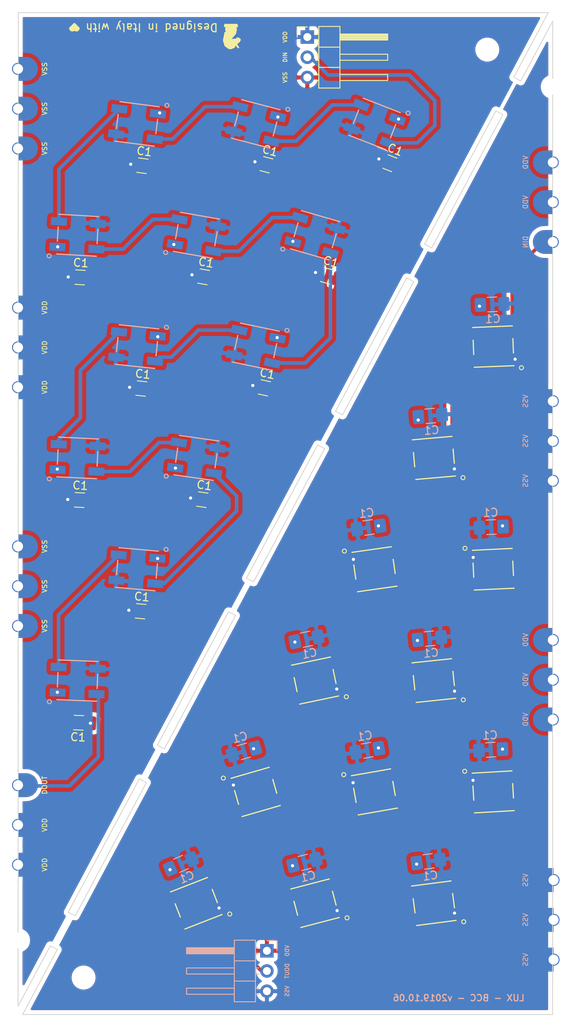
<source format=kicad_pcb>
(kicad_pcb (version 20171130) (host pcbnew 5.1.4-e60b266~84~ubuntu18.04.1)
  (layers (0 F.Cu signal) (31 B.Cu signal) (34 B.Paste user) (35 F.Paste user) (36 B.SilkS user) (37 F.SilkS user) (38 B.Mask user) (39 F.Mask user) (44 Edge.Cuts user))
  (net 0 "")
  (net 1 VDD)
  (net 2 VSS)
  (net 3 "Net-(D1-Pad4)")
  (net 4 DIN)
  (net 5 "Net-(D2-Pad4)")
  (net 6 "Net-(D3-Pad4)")
  (net 7 "Net-(D4-Pad4)")
  (net 8 "Net-(D5-Pad4)")
  (net 9 "Net-(D6-Pad4)")
  (net 10 "Net-(D7-Pad4)")
  (net 11 D1)
  (net 12 "Net-(D10-Pad2)")
  (net 13 "Net-(D10-Pad4)")
  (net 14 "Net-(D11-Pad4)")
  (net 15 DOUT)
  (net 16 "Net-(D13-Pad4)")
  (net 17 "Net-(D13-Pad2)")
  (net 18 "Net-(D14-Pad4)")
  (net 19 "Net-(D15-Pad4)")
  (net 20 "Net-(D16-Pad4)")
  (net 21 "Net-(D17-Pad4)")
  (net 22 "Net-(D18-Pad4)")
  (net 23 "Net-(D19-Pad4)")
  (net 24 D2)
  (net 25 "Net-(D21-Pad4)")
  (net 26 "Net-(D22-Pad4)")
  (net 27 "Net-(D23-Pad4)")
  (net 28 "Net-(D24-Pad4)")
  (module Connector_PinHeader_2.54mm:PinHeader_1x03_P2.54mm_Horizontal (layer F.Cu) (at 86.36 27.178)
    (fp_text reference REF** hide)
    (fp_text value PinHeader_1x03_P2.54mm_Horizontal)
    (pad 3 thru_hole oval (at 0 5.08) (size 1.7 1.7) (drill 1) (layers *.Cu *.Mask) (net 2 VSS))
    (pad 2 thru_hole oval (at 0 2.54) (size 1.7 1.7) (drill 1) (layers *.Cu *.Mask) (net 17 "Net-(D13-Pad2)"))
    (pad 1 thru_hole rect (at 0 0) (size 1.7 1.7) (drill 1) (layers *.Cu *.Mask) (net 1 VDD))
  )
  (module Connector_PinHeader_2.54mm:PinHeader_1x03_P2.54mm_Horizontal (layer B.Cu) (at 81.28 141.986 180)
    (fp_text reference REF** hide)
    (fp_text value PinHeader_1x03_P2.54mm_Horizontal)
    (pad 3 thru_hole oval (at 0 -5.08 180) (size 1.7 1.7) (drill 1) (layers *.Cu *.Mask) (net 2 VSS))
    (pad 2 thru_hole oval (at 0 -2.54 180) (size 1.7 1.7) (drill 1) (layers *.Cu *.Mask) (net 15 DOUT))
    (pad 1 thru_hole rect (at 0 0 180) (size 1.7 1.7) (drill 1) (layers *.Cu *.Mask) (net 1 VDD))
  )
  (module "Dex connectors:BridgeSolderPad_3xinline" (layer F.Cu) (at 117.215996 47.930309)
    (fp_text reference REF** hide)
    (fp_text value BridgeSolderPad_3xinline)
    (pad 3 thru_hole custom (at 0 5) (size 1.524 1.524) (drill 1.25) (layers *.Cu *.Mask) (net 4 DIN) (options (clearance outline) (anchor circle)) (primitives (gr_arc (start -1 0) (end -1 0.75) (angle 180) (width 1.5)) (gr_poly (pts (xy -1 -1.5) (xy 0 -1.5) (xy 0 -0.5) (xy -0.5 0) (xy -1 0)) (width 0)) (gr_poly (pts (xy -1 0) (xy -0.5 0) (xy 0 0.5) (xy 0 1.5) (xy -1 1.5)) (width 0))))
    (pad 1 thru_hole custom (at 0 -5) (size 1.524 1.524) (drill 1.25) (layers *.Cu *.Mask) (net 1 VDD) (options (clearance outline) (anchor circle)) (primitives (gr_arc (start -1 0) (end -1 0.75) (angle 180) (width 1.5)) (gr_poly (pts (xy -1 -1.5) (xy 0 -1.5) (xy 0 -0.5) (xy -0.5 0) (xy -1 0)) (width 0)) (gr_poly (pts (xy -1 0) (xy -0.5 0) (xy 0 0.5) (xy 0 1.5) (xy -1 1.5)) (width 0))))
    (pad 2 thru_hole custom (at 0 0) (size 1.524 1.524) (drill 1.25) (layers *.Cu *.Mask) (net 1 VDD) (options (clearance outline) (anchor circle)) (primitives (gr_arc (start -1 0) (end -1 0.75) (angle 180) (width 1.5)) (gr_poly (pts (xy -1 -1.5) (xy 0 -1.5) (xy 0 -0.5) (xy -0.5 0) (xy -1 0)) (width 0)) (gr_poly (pts (xy -1 0) (xy -0.5 0) (xy 0 0.5) (xy 0 1.5) (xy -1 1.5)) (width 0))))
  )
  (module "Dex connectors:BridgeSolderPad_3xinline" (layer F.Cu) (at 117.215996 77.930309)
    (fp_text reference VSS hide)
    (fp_text value BridgeSolderPad_3xinline)
    (pad 3 thru_hole custom (at 0 5) (size 1.524 1.524) (drill 1.25) (layers *.Cu *.Mask) (net 2 VSS) (options (clearance outline) (anchor circle)) (primitives (gr_arc (start -1 0) (end -1 0.75) (angle 180) (width 1.5)) (gr_poly (pts (xy -1 -1.5) (xy 0 -1.5) (xy 0 -0.5) (xy -0.5 0) (xy -1 0)) (width 0)) (gr_poly (pts (xy -1 0) (xy -0.5 0) (xy 0 0.5) (xy 0 1.5) (xy -1 1.5)) (width 0))))
    (pad 1 thru_hole custom (at 0 -5) (size 1.524 1.524) (drill 1.25) (layers *.Cu *.Mask) (net 2 VSS) (options (clearance outline) (anchor circle)) (primitives (gr_arc (start -1 0) (end -1 0.75) (angle 180) (width 1.5)) (gr_poly (pts (xy -1 -1.5) (xy 0 -1.5) (xy 0 -0.5) (xy -0.5 0) (xy -1 0)) (width 0)) (gr_poly (pts (xy -1 0) (xy -0.5 0) (xy 0 0.5) (xy 0 1.5) (xy -1 1.5)) (width 0))))
    (pad 2 thru_hole custom (at 0 0) (size 1.524 1.524) (drill 1.25) (layers *.Cu *.Mask) (net 2 VSS) (options (clearance outline) (anchor circle)) (primitives (gr_arc (start -1 0) (end -1 0.75) (angle 180) (width 1.5)) (gr_poly (pts (xy -1 -1.5) (xy 0 -1.5) (xy 0 -0.5) (xy -0.5 0) (xy -1 0)) (width 0)) (gr_poly (pts (xy -1 0) (xy -0.5 0) (xy 0 0.5) (xy 0 1.5) (xy -1 1.5)) (width 0))))
  )
  (module "Dex connectors:BridgeSolderPad_3xinline" (layer F.Cu) (at 117.215996 107.930309)
    (fp_text reference VDD hide)
    (fp_text value BridgeSolderPad_3xinline)
    (pad 3 thru_hole custom (at 0 5) (size 1.524 1.524) (drill 1.25) (layers *.Cu *.Mask) (net 1 VDD) (options (clearance outline) (anchor circle)) (primitives (gr_arc (start -1 0) (end -1 0.75) (angle 180) (width 1.5)) (gr_poly (pts (xy -1 -1.5) (xy 0 -1.5) (xy 0 -0.5) (xy -0.5 0) (xy -1 0)) (width 0)) (gr_poly (pts (xy -1 0) (xy -0.5 0) (xy 0 0.5) (xy 0 1.5) (xy -1 1.5)) (width 0))))
    (pad 1 thru_hole custom (at 0 -5) (size 1.524 1.524) (drill 1.25) (layers *.Cu *.Mask) (net 1 VDD) (options (clearance outline) (anchor circle)) (primitives (gr_arc (start -1 0) (end -1 0.75) (angle 180) (width 1.5)) (gr_poly (pts (xy -1 -1.5) (xy 0 -1.5) (xy 0 -0.5) (xy -0.5 0) (xy -1 0)) (width 0)) (gr_poly (pts (xy -1 0) (xy -0.5 0) (xy 0 0.5) (xy 0 1.5) (xy -1 1.5)) (width 0))))
    (pad 2 thru_hole custom (at 0 0) (size 1.524 1.524) (drill 1.25) (layers *.Cu *.Mask) (net 1 VDD) (options (clearance outline) (anchor circle)) (primitives (gr_arc (start -1 0) (end -1 0.75) (angle 180) (width 1.5)) (gr_poly (pts (xy -1 -1.5) (xy 0 -1.5) (xy 0 -0.5) (xy -0.5 0) (xy -1 0)) (width 0)) (gr_poly (pts (xy -1 0) (xy -0.5 0) (xy 0 0.5) (xy 0 1.5) (xy -1 1.5)) (width 0))))
  )
  (module "Dex connectors:BridgeSolderPad_3xinline" (layer F.Cu) (at 49.997517 126.178915 180)
    (fp_text reference REF** hide)
    (fp_text value BridgeSolderPad_3xinline)
    (pad 3 thru_hole custom (at 0 5 180) (size 1.524 1.524) (drill 1.25) (layers *.Cu *.Mask) (net 28 "Net-(D24-Pad4)") (options (clearance outline) (anchor circle)) (primitives (gr_arc (start -1 0) (end -1 0.75) (angle 180) (width 1.5)) (gr_poly (pts (xy -1 -1.5) (xy 0 -1.5) (xy 0 -0.5) (xy -0.5 0) (xy -1 0)) (width 0)) (gr_poly (pts (xy -1 0) (xy -0.5 0) (xy 0 0.5) (xy 0 1.5) (xy -1 1.5)) (width 0))))
    (pad 1 thru_hole custom (at 0 -5 180) (size 1.524 1.524) (drill 1.25) (layers *.Cu *.Mask) (net 1 VDD) (options (clearance outline) (anchor circle)) (primitives (gr_arc (start -1 0) (end -1 0.75) (angle 180) (width 1.5)) (gr_poly (pts (xy -1 -1.5) (xy 0 -1.5) (xy 0 -0.5) (xy -0.5 0) (xy -1 0)) (width 0)) (gr_poly (pts (xy -1 0) (xy -0.5 0) (xy 0 0.5) (xy 0 1.5) (xy -1 1.5)) (width 0))))
    (pad 2 thru_hole custom (at 0 0 180) (size 1.524 1.524) (drill 1.25) (layers *.Cu *.Mask) (net 1 VDD) (options (clearance outline) (anchor circle)) (primitives (gr_arc (start -1 0) (end -1 0.75) (angle 180) (width 1.5)) (gr_poly (pts (xy -1 -1.5) (xy 0 -1.5) (xy 0 -0.5) (xy -0.5 0) (xy -1 0)) (width 0)) (gr_poly (pts (xy -1 0) (xy -0.5 0) (xy 0 0.5) (xy 0 1.5) (xy -1 1.5)) (width 0))))
  )
  (module "Dex connectors:BridgeSolderPad_3xinline" (layer F.Cu) (at 49.997517 96.178915 180)
    (fp_text reference VSS hide)
    (fp_text value BridgeSolderPad_3xinline)
    (pad 3 thru_hole custom (at 0 5 180) (size 1.524 1.524) (drill 1.25) (layers *.Cu *.Mask) (net 2 VSS) (options (clearance outline) (anchor circle)) (primitives (gr_arc (start -1 0) (end -1 0.75) (angle 180) (width 1.5)) (gr_poly (pts (xy -1 -1.5) (xy 0 -1.5) (xy 0 -0.5) (xy -0.5 0) (xy -1 0)) (width 0)) (gr_poly (pts (xy -1 0) (xy -0.5 0) (xy 0 0.5) (xy 0 1.5) (xy -1 1.5)) (width 0))))
    (pad 1 thru_hole custom (at 0 -5 180) (size 1.524 1.524) (drill 1.25) (layers *.Cu *.Mask) (net 2 VSS) (options (clearance outline) (anchor circle)) (primitives (gr_arc (start -1 0) (end -1 0.75) (angle 180) (width 1.5)) (gr_poly (pts (xy -1 -1.5) (xy 0 -1.5) (xy 0 -0.5) (xy -0.5 0) (xy -1 0)) (width 0)) (gr_poly (pts (xy -1 0) (xy -0.5 0) (xy 0 0.5) (xy 0 1.5) (xy -1 1.5)) (width 0))))
    (pad 2 thru_hole custom (at 0 0 180) (size 1.524 1.524) (drill 1.25) (layers *.Cu *.Mask) (net 2 VSS) (options (clearance outline) (anchor circle)) (primitives (gr_arc (start -1 0) (end -1 0.75) (angle 180) (width 1.5)) (gr_poly (pts (xy -1 -1.5) (xy 0 -1.5) (xy 0 -0.5) (xy -0.5 0) (xy -1 0)) (width 0)) (gr_poly (pts (xy -1 0) (xy -0.5 0) (xy 0 0.5) (xy 0 1.5) (xy -1 1.5)) (width 0))))
  )
  (module "Dex connectors:BridgeSolderPad_3xinline" (layer F.Cu) (at 49.997517 66.178915 180)
    (fp_text reference VDD hide)
    (fp_text value BridgeSolderPad_3xinline)
    (pad 3 thru_hole custom (at 0 5 180) (size 1.524 1.524) (drill 1.25) (layers *.Cu *.Mask) (net 1 VDD) (options (clearance outline) (anchor circle)) (primitives (gr_arc (start -1 0) (end -1 0.75) (angle 180) (width 1.5)) (gr_poly (pts (xy -1 -1.5) (xy 0 -1.5) (xy 0 -0.5) (xy -0.5 0) (xy -1 0)) (width 0)) (gr_poly (pts (xy -1 0) (xy -0.5 0) (xy 0 0.5) (xy 0 1.5) (xy -1 1.5)) (width 0))))
    (pad 1 thru_hole custom (at 0 -5 180) (size 1.524 1.524) (drill 1.25) (layers *.Cu *.Mask) (net 1 VDD) (options (clearance outline) (anchor circle)) (primitives (gr_arc (start -1 0) (end -1 0.75) (angle 180) (width 1.5)) (gr_poly (pts (xy -1 -1.5) (xy 0 -1.5) (xy 0 -0.5) (xy -0.5 0) (xy -1 0)) (width 0)) (gr_poly (pts (xy -1 0) (xy -0.5 0) (xy 0 0.5) (xy 0 1.5) (xy -1 1.5)) (width 0))))
    (pad 2 thru_hole custom (at 0 0 180) (size 1.524 1.524) (drill 1.25) (layers *.Cu *.Mask) (net 1 VDD) (options (clearance outline) (anchor circle)) (primitives (gr_arc (start -1 0) (end -1 0.75) (angle 180) (width 1.5)) (gr_poly (pts (xy -1 -1.5) (xy 0 -1.5) (xy 0 -0.5) (xy -0.5 0) (xy -1 0)) (width 0)) (gr_poly (pts (xy -1 0) (xy -0.5 0) (xy 0 0.5) (xy 0 1.5) (xy -1 1.5)) (width 0))))
  )
  (module "Dex connectors:BridgeSolderPad_3xinline" (layer F.Cu) (at 49.997517 36.178915 180)
    (fp_text reference VSS hide)
    (fp_text value BridgeSolderPad_3xinline)
    (pad 3 thru_hole custom (at 0 5 180) (size 1.524 1.524) (drill 1.25) (layers *.Cu *.Mask) (net 2 VSS) (options (clearance outline) (anchor circle)) (primitives (gr_arc (start -1 0) (end -1 0.75) (angle 180) (width 1.5)) (gr_poly (pts (xy -1 -1.5) (xy 0 -1.5) (xy 0 -0.5) (xy -0.5 0) (xy -1 0)) (width 0)) (gr_poly (pts (xy -1 0) (xy -0.5 0) (xy 0 0.5) (xy 0 1.5) (xy -1 1.5)) (width 0))))
    (pad 1 thru_hole custom (at 0 -5 180) (size 1.524 1.524) (drill 1.25) (layers *.Cu *.Mask) (net 2 VSS) (options (clearance outline) (anchor circle)) (primitives (gr_arc (start -1 0) (end -1 0.75) (angle 180) (width 1.5)) (gr_poly (pts (xy -1 -1.5) (xy 0 -1.5) (xy 0 -0.5) (xy -0.5 0) (xy -1 0)) (width 0)) (gr_poly (pts (xy -1 0) (xy -0.5 0) (xy 0 0.5) (xy 0 1.5) (xy -1 1.5)) (width 0))))
    (pad 2 thru_hole custom (at 0 0 180) (size 1.524 1.524) (drill 1.25) (layers *.Cu *.Mask) (net 2 VSS) (options (clearance outline) (anchor circle)) (primitives (gr_arc (start -1 0) (end -1 0.75) (angle 180) (width 1.5)) (gr_poly (pts (xy -1 -1.5) (xy 0 -1.5) (xy 0 -0.5) (xy -0.5 0) (xy -1 0)) (width 0)) (gr_poly (pts (xy -1 0) (xy -0.5 0) (xy 0 0.5) (xy 0 1.5) (xy -1 1.5)) (width 0))))
  )
  (module "Dex connectors:BridgeSolderPad_3xinline" (layer F.Cu) (at 117.310198 138.1)
    (fp_text reference VSS hide)
    (fp_text value BridgeSolderPad_3xinline)
    (pad 3 thru_hole custom (at 0 5) (size 1.524 1.524) (drill 1.25) (layers *.Cu *.Mask) (net 2 VSS) (options (clearance outline) (anchor circle)) (primitives (gr_arc (start -1 0) (end -1 0.75) (angle 180) (width 1.5)) (gr_poly (pts (xy -1 -1.5) (xy 0 -1.5) (xy 0 -0.5) (xy -0.5 0) (xy -1 0)) (width 0)) (gr_poly (pts (xy -1 0) (xy -0.5 0) (xy 0 0.5) (xy 0 1.5) (xy -1 1.5)) (width 0))))
    (pad 1 thru_hole custom (at 0 -5) (size 1.524 1.524) (drill 1.25) (layers *.Cu *.Mask) (net 2 VSS) (options (clearance outline) (anchor circle)) (primitives (gr_arc (start -1 0) (end -1 0.75) (angle 180) (width 1.5)) (gr_poly (pts (xy -1 -1.5) (xy 0 -1.5) (xy 0 -0.5) (xy -0.5 0) (xy -1 0)) (width 0)) (gr_poly (pts (xy -1 0) (xy -0.5 0) (xy 0 0.5) (xy 0 1.5) (xy -1 1.5)) (width 0))))
    (pad 2 thru_hole custom (at 0 0) (size 1.524 1.524) (drill 1.25) (layers *.Cu *.Mask) (net 2 VSS) (options (clearance outline) (anchor circle)) (primitives (gr_arc (start -1 0) (end -1 0.75) (angle 180) (width 1.5)) (gr_poly (pts (xy -1 -1.5) (xy 0 -1.5) (xy 0 -0.5) (xy -0.5 0) (xy -1 0)) (width 0)) (gr_poly (pts (xy -1 0) (xy -0.5 0) (xy 0 0.5) (xy 0 1.5) (xy -1 1.5)) (width 0))))
  )
  (module "Dex leds:SK6812_BIG_PAD" (layer F.Cu) (at 72.399279 136.012136 201.3)
    (fp_text reference D12 hide)
    (fp_text value SK6812)
    (pad 3 smd rect (at 2.45 1.6 201.3) (size 2 1) (layers F.Cu F.Paste F.Mask) (net 1 VDD))
    (pad 2 smd rect (at -2.45 1.6 201.3) (size 2 1) (layers F.Cu F.Paste F.Mask) (net 14 "Net-(D11-Pad4)"))
    (pad 4 smd rect (at 2.45 -1.6 201.3) (size 2 1) (layers F.Cu F.Paste F.Mask) (net 15 DOUT))
    (pad 1 smd rect (at -2.45 -1.6 201.3) (size 2 1) (layers F.Cu F.Paste F.Mask) (net 2 VSS))
  )
  (module "Dex leds:SK6812_BIG_PAD" (layer F.Cu) (at 87.335615 108.036408 191.8)
    (fp_text reference D6 hide)
    (fp_text value SK6812)
    (pad 3 smd rect (at 2.45 1.6 191.8) (size 2 1) (layers F.Cu F.Paste F.Mask) (net 1 VDD))
    (pad 2 smd rect (at -2.45 1.6 191.8) (size 2 1) (layers F.Cu F.Paste F.Mask) (net 8 "Net-(D5-Pad4)"))
    (pad 4 smd rect (at 2.45 -1.6 191.8) (size 2 1) (layers F.Cu F.Paste F.Mask) (net 9 "Net-(D6-Pad4)"))
    (pad 1 smd rect (at -2.45 -1.6 191.8) (size 2 1) (layers F.Cu F.Paste F.Mask) (net 2 VSS))
  )
  (module "Dex leds:SK6812_BIG_PAD" (layer F.Cu) (at 94.803783 94.048544 8.1)
    (fp_text reference D3 hide)
    (fp_text value SK6812)
    (pad 3 smd rect (at 2.45 1.6 8.1) (size 2 1) (layers F.Cu F.Paste F.Mask) (net 1 VDD))
    (pad 2 smd rect (at -2.45 1.6 8.1) (size 2 1) (layers F.Cu F.Paste F.Mask) (net 5 "Net-(D2-Pad4)"))
    (pad 4 smd rect (at 2.45 -1.6 8.1) (size 2 1) (layers F.Cu F.Paste F.Mask) (net 6 "Net-(D3-Pad4)"))
    (pad 1 smd rect (at -2.45 -1.6 8.1) (size 2 1) (layers F.Cu F.Paste F.Mask) (net 2 VSS))
  )
  (module "Dex leds:SK6812_BIG_PAD" (layer F.Cu) (at 102.271951 80.06068 185)
    (fp_text reference D2 hide)
    (fp_text value SK6812)
    (pad 3 smd rect (at 2.45 1.6 185) (size 2 1) (layers F.Cu F.Paste F.Mask) (net 1 VDD))
    (pad 2 smd rect (at -2.45 1.6 185) (size 2 1) (layers F.Cu F.Paste F.Mask) (net 3 "Net-(D1-Pad4)"))
    (pad 4 smd rect (at 2.45 -1.6 185) (size 2 1) (layers F.Cu F.Paste F.Mask) (net 5 "Net-(D2-Pad4)"))
    (pad 1 smd rect (at -2.45 -1.6 185) (size 2 1) (layers F.Cu F.Paste F.Mask) (net 2 VSS))
  )
  (module "Dex leds:SK6812_BIG_PAD" (layer F.Cu) (at 109.740119 66.072816 182.3)
    (fp_text reference D1 hide)
    (fp_text value SK6812)
    (pad 3 smd rect (at 2.45 1.6 182.3) (size 2 1) (layers F.Cu F.Paste F.Mask) (net 1 VDD))
    (pad 2 smd rect (at -2.45 1.6 182.3) (size 2 1) (layers F.Cu F.Paste F.Mask) (net 4 DIN))
    (pad 4 smd rect (at 2.45 -1.6 182.3) (size 2 1) (layers F.Cu F.Paste F.Mask) (net 3 "Net-(D1-Pad4)"))
    (pad 1 smd rect (at -2.45 -1.6 182.3) (size 2 1) (layers F.Cu F.Paste F.Mask) (net 2 VSS))
  )
  (module "Dex leds:SK6812_BIG_PAD" (layer F.Cu) (at 87.33039 136.012136 194.6)
    (fp_text reference D11 hide)
    (fp_text value SK6812)
    (pad 3 smd rect (at 2.45 1.6 194.6) (size 2 1) (layers F.Cu F.Paste F.Mask) (net 1 VDD))
    (pad 2 smd rect (at -2.45 1.6 194.6) (size 2 1) (layers F.Cu F.Paste F.Mask) (net 13 "Net-(D10-Pad4)"))
    (pad 4 smd rect (at 2.45 -1.6 194.6) (size 2 1) (layers F.Cu F.Paste F.Mask) (net 14 "Net-(D11-Pad4)"))
    (pad 1 smd rect (at -2.45 -1.6 194.6) (size 2 1) (layers F.Cu F.Paste F.Mask) (net 2 VSS))
  )
  (module "Dex leds:SK6812_BIG_PAD" (layer F.Cu) (at 94.798558 122.024272 9.9)
    (fp_text reference D8 hide)
    (fp_text value SK6812)
    (pad 3 smd rect (at 2.45 1.6 9.9) (size 2 1) (layers F.Cu F.Paste F.Mask) (net 1 VDD))
    (pad 2 smd rect (at -2.45 1.6 9.9) (size 2 1) (layers F.Cu F.Paste F.Mask) (net 10 "Net-(D7-Pad4)"))
    (pad 4 smd rect (at 2.45 -1.6 9.9) (size 2 1) (layers F.Cu F.Paste F.Mask) (net 11 D1))
    (pad 1 smd rect (at -2.45 -1.6 9.9) (size 2 1) (layers F.Cu F.Paste F.Mask) (net 2 VSS))
  )
  (module "Dex leds:SK6812_BIG_PAD" (layer F.Cu) (at 102.266726 108.036408 186)
    (fp_text reference D5 hide)
    (fp_text value SK6812)
    (pad 3 smd rect (at 2.45 1.6 186) (size 2 1) (layers F.Cu F.Paste F.Mask) (net 1 VDD))
    (pad 2 smd rect (at -2.45 1.6 186) (size 2 1) (layers F.Cu F.Paste F.Mask) (net 7 "Net-(D4-Pad4)"))
    (pad 4 smd rect (at 2.45 -1.6 186) (size 2 1) (layers F.Cu F.Paste F.Mask) (net 8 "Net-(D5-Pad4)"))
    (pad 1 smd rect (at -2.45 -1.6 186) (size 2 1) (layers F.Cu F.Paste F.Mask) (net 2 VSS))
  )
  (module "Dex leds:SK6812_BIG_PAD" (layer F.Cu) (at 109.734894 94.048544 2.7)
    (fp_text reference D4 hide)
    (fp_text value SK6812)
    (pad 3 smd rect (at 2.45 1.6 2.7) (size 2 1) (layers F.Cu F.Paste F.Mask) (net 1 VDD))
    (pad 2 smd rect (at -2.45 1.6 2.7) (size 2 1) (layers F.Cu F.Paste F.Mask) (net 6 "Net-(D3-Pad4)"))
    (pad 4 smd rect (at 2.45 -1.6 2.7) (size 2 1) (layers F.Cu F.Paste F.Mask) (net 7 "Net-(D4-Pad4)"))
    (pad 1 smd rect (at -2.45 -1.6 2.7) (size 2 1) (layers F.Cu F.Paste F.Mask) (net 2 VSS))
  )
  (module "Dex leds:SK6812_BIG_PAD" (layer F.Cu) (at 102.261501 136.012136 187.4)
    (fp_text reference D10 hide)
    (fp_text value SK6812)
    (pad 3 smd rect (at 2.45 1.6 187.4) (size 2 1) (layers F.Cu F.Paste F.Mask) (net 1 VDD))
    (pad 2 smd rect (at -2.45 1.6 187.4) (size 2 1) (layers F.Cu F.Paste F.Mask) (net 12 "Net-(D10-Pad2)"))
    (pad 4 smd rect (at 2.45 -1.6 187.4) (size 2 1) (layers F.Cu F.Paste F.Mask) (net 13 "Net-(D10-Pad4)"))
    (pad 1 smd rect (at -2.45 -1.6 187.4) (size 2 1) (layers F.Cu F.Paste F.Mask) (net 2 VSS))
  )
  (module "Dex leds:SK6812_BIG_PAD" (layer F.Cu) (at 109.729669 122.024272 3.3)
    (fp_text reference D9 hide)
    (fp_text value SK6812)
    (pad 3 smd rect (at 2.45 1.6 3.3) (size 2 1) (layers F.Cu F.Paste F.Mask) (net 1 VDD))
    (pad 2 smd rect (at -2.45 1.6 3.3) (size 2 1) (layers F.Cu F.Paste F.Mask) (net 11 D1))
    (pad 4 smd rect (at 2.45 -1.6 3.3) (size 2 1) (layers F.Cu F.Paste F.Mask) (net 12 "Net-(D10-Pad2)"))
    (pad 1 smd rect (at -2.45 -1.6 3.3) (size 2 1) (layers F.Cu F.Paste F.Mask) (net 2 VSS))
  )
  (module "Dex leds:SK6812_BIG_PAD" (layer B.Cu) (at 94.814233 38.097088 158.7)
    (fp_text reference D13 hide)
    (fp_text value SK6812)
    (pad 3 smd rect (at 2.45 -1.6 158.7) (size 2 1) (layers B.Cu B.Paste B.Mask) (net 1 VDD))
    (pad 2 smd rect (at -2.45 -1.6 158.7) (size 2 1) (layers B.Cu B.Paste B.Mask) (net 17 "Net-(D13-Pad2)"))
    (pad 4 smd rect (at 2.45 1.6 158.7) (size 2 1) (layers B.Cu B.Paste B.Mask) (net 16 "Net-(D13-Pad4)"))
    (pad 1 smd rect (at -2.45 1.6 158.7) (size 2 1) (layers B.Cu B.Paste B.Mask) (net 2 VSS))
  )
  (module "Dex leds:SK6812_BIG_PAD" (layer B.Cu) (at 87.346065 52.084952 343.9)
    (fp_text reference D18 hide)
    (fp_text value SK6812)
    (pad 3 smd rect (at 2.45 -1.6 343.9) (size 2 1) (layers B.Cu B.Paste B.Mask) (net 1 VDD))
    (pad 2 smd rect (at -2.45 -1.6 343.9) (size 2 1) (layers B.Cu B.Paste B.Mask) (net 21 "Net-(D17-Pad4)"))
    (pad 4 smd rect (at 2.45 1.6 343.9) (size 2 1) (layers B.Cu B.Paste B.Mask) (net 22 "Net-(D18-Pad4)"))
    (pad 1 smd rect (at -2.45 1.6 343.9) (size 2 1) (layers B.Cu B.Paste B.Mask) (net 2 VSS))
  )
  (module "Dex leds:SK6812_BIG_PAD" (layer B.Cu) (at 79.877897 66.072816 168.2)
    (fp_text reference D19 hide)
    (fp_text value SK6812)
    (pad 3 smd rect (at 2.45 -1.6 168.2) (size 2 1) (layers B.Cu B.Paste B.Mask) (net 1 VDD))
    (pad 2 smd rect (at -2.45 -1.6 168.2) (size 2 1) (layers B.Cu B.Paste B.Mask) (net 22 "Net-(D18-Pad4)"))
    (pad 4 smd rect (at 2.45 1.6 168.2) (size 2 1) (layers B.Cu B.Paste B.Mask) (net 23 "Net-(D19-Pad4)"))
    (pad 1 smd rect (at -2.45 1.6 168.2) (size 2 1) (layers B.Cu B.Paste B.Mask) (net 2 VSS))
  )
  (module "Dex leds:SK6812_BIG_PAD" (layer B.Cu) (at 72.409729 80.06068 351.9)
    (fp_text reference D22 hide)
    (fp_text value SK6812)
    (pad 3 smd rect (at 2.45 -1.6 351.9) (size 2 1) (layers B.Cu B.Paste B.Mask) (net 1 VDD))
    (pad 2 smd rect (at -2.45 -1.6 351.9) (size 2 1) (layers B.Cu B.Paste B.Mask) (net 25 "Net-(D21-Pad4)"))
    (pad 4 smd rect (at 2.45 1.6 351.9) (size 2 1) (layers B.Cu B.Paste B.Mask) (net 26 "Net-(D22-Pad4)"))
    (pad 1 smd rect (at -2.45 1.6 351.9) (size 2 1) (layers B.Cu B.Paste B.Mask) (net 2 VSS))
  )
  (module "Dex leds:SK6812_BIG_PAD" (layer B.Cu) (at 64.941561 94.048544 175)
    (fp_text reference D23 hide)
    (fp_text value SK6812)
    (pad 3 smd rect (at 2.45 -1.6 175) (size 2 1) (layers B.Cu B.Paste B.Mask) (net 1 VDD))
    (pad 2 smd rect (at -2.45 -1.6 175) (size 2 1) (layers B.Cu B.Paste B.Mask) (net 26 "Net-(D22-Pad4)"))
    (pad 4 smd rect (at 2.45 1.6 175) (size 2 1) (layers B.Cu B.Paste B.Mask) (net 27 "Net-(D23-Pad4)"))
    (pad 1 smd rect (at -2.45 1.6 175) (size 2 1) (layers B.Cu B.Paste B.Mask) (net 2 VSS))
  )
  (module "Dex leds:SK6812_BIG_PAD" (layer B.Cu) (at 57.473393 108.036408 357.7)
    (fp_text reference D24 hide)
    (fp_text value SK6812)
    (pad 3 smd rect (at 2.45 -1.6 357.7) (size 2 1) (layers B.Cu B.Paste B.Mask) (net 1 VDD))
    (pad 2 smd rect (at -2.45 -1.6 357.7) (size 2 1) (layers B.Cu B.Paste B.Mask) (net 27 "Net-(D23-Pad4)"))
    (pad 4 smd rect (at 2.45 1.6 357.7) (size 2 1) (layers B.Cu B.Paste B.Mask) (net 28 "Net-(D24-Pad4)"))
    (pad 1 smd rect (at -2.45 1.6 357.7) (size 2 1) (layers B.Cu B.Paste B.Mask) (net 2 VSS))
  )
  (module "Dex leds:SK6812_BIG_PAD" (layer B.Cu) (at 79.883122 38.097088 165.4)
    (fp_text reference D14 hide)
    (fp_text value SK6812)
    (pad 3 smd rect (at 2.45 -1.6 165.4) (size 2 1) (layers B.Cu B.Paste B.Mask) (net 1 VDD))
    (pad 2 smd rect (at -2.45 -1.6 165.4) (size 2 1) (layers B.Cu B.Paste B.Mask) (net 16 "Net-(D13-Pad4)"))
    (pad 4 smd rect (at 2.45 1.6 165.4) (size 2 1) (layers B.Cu B.Paste B.Mask) (net 18 "Net-(D14-Pad4)"))
    (pad 1 smd rect (at -2.45 1.6 165.4) (size 2 1) (layers B.Cu B.Paste B.Mask) (net 2 VSS))
  )
  (module "Dex leds:SK6812_BIG_PAD" (layer B.Cu) (at 72.414954 52.084952 350.1)
    (fp_text reference D17 hide)
    (fp_text value SK6812)
    (pad 3 smd rect (at 2.45 -1.6 350.1) (size 2 1) (layers B.Cu B.Paste B.Mask) (net 1 VDD))
    (pad 2 smd rect (at -2.45 -1.6 350.1) (size 2 1) (layers B.Cu B.Paste B.Mask) (net 20 "Net-(D16-Pad4)"))
    (pad 4 smd rect (at 2.45 1.6 350.1) (size 2 1) (layers B.Cu B.Paste B.Mask) (net 21 "Net-(D17-Pad4)"))
    (pad 1 smd rect (at -2.45 1.6 350.1) (size 2 1) (layers B.Cu B.Paste B.Mask) (net 2 VSS))
  )
  (module "Dex leds:SK6812_BIG_PAD" (layer B.Cu) (at 64.946786 66.072816 174)
    (fp_text reference D20 hide)
    (fp_text value SK6812)
    (pad 3 smd rect (at 2.45 -1.6 174) (size 2 1) (layers B.Cu B.Paste B.Mask) (net 1 VDD))
    (pad 2 smd rect (at -2.45 -1.6 174) (size 2 1) (layers B.Cu B.Paste B.Mask) (net 23 "Net-(D19-Pad4)"))
    (pad 4 smd rect (at 2.45 1.6 174) (size 2 1) (layers B.Cu B.Paste B.Mask) (net 24 D2))
    (pad 1 smd rect (at -2.45 1.6 174) (size 2 1) (layers B.Cu B.Paste B.Mask) (net 2 VSS))
  )
  (module "Dex leds:SK6812_BIG_PAD" (layer B.Cu) (at 57.478618 80.06068 357.3)
    (fp_text reference D21 hide)
    (fp_text value SK6812)
    (pad 3 smd rect (at 2.45 -1.6 357.3) (size 2 1) (layers B.Cu B.Paste B.Mask) (net 1 VDD))
    (pad 2 smd rect (at -2.45 -1.6 357.3) (size 2 1) (layers B.Cu B.Paste B.Mask) (net 24 D2))
    (pad 4 smd rect (at 2.45 1.6 357.3) (size 2 1) (layers B.Cu B.Paste B.Mask) (net 25 "Net-(D21-Pad4)"))
    (pad 1 smd rect (at -2.45 1.6 357.3) (size 2 1) (layers B.Cu B.Paste B.Mask) (net 2 VSS))
  )
  (module "Dex leds:SK6812_BIG_PAD" (layer B.Cu) (at 64.952011 38.097088 172.6)
    (fp_text reference D15 hide)
    (fp_text value SK6812)
    (pad 3 smd rect (at 2.45 -1.6 172.6) (size 2 1) (layers B.Cu B.Paste B.Mask) (net 1 VDD))
    (pad 2 smd rect (at -2.45 -1.6 172.6) (size 2 1) (layers B.Cu B.Paste B.Mask) (net 18 "Net-(D14-Pad4)"))
    (pad 4 smd rect (at 2.45 1.6 172.6) (size 2 1) (layers B.Cu B.Paste B.Mask) (net 19 "Net-(D15-Pad4)"))
    (pad 1 smd rect (at -2.45 1.6 172.6) (size 2 1) (layers B.Cu B.Paste B.Mask) (net 2 VSS))
  )
  (module "Dex leds:SK6812_BIG_PAD" (layer B.Cu) (at 57.483843 52.084952 356.7)
    (fp_text reference D16 hide)
    (fp_text value SK6812)
    (pad 3 smd rect (at 2.45 -1.6 356.7) (size 2 1) (layers B.Cu B.Paste B.Mask) (net 1 VDD))
    (pad 2 smd rect (at -2.45 -1.6 356.7) (size 2 1) (layers B.Cu B.Paste B.Mask) (net 19 "Net-(D15-Pad4)"))
    (pad 4 smd rect (at 2.45 1.6 356.7) (size 2 1) (layers B.Cu B.Paste B.Mask) (net 20 "Net-(D16-Pad4)"))
    (pad 1 smd rect (at -2.45 1.6 356.7) (size 2 1) (layers B.Cu B.Paste B.Mask) (net 2 VSS))
  )
  (module "Dex leds:SK6812_BIG_PAD" (layer F.Cu) (at 79.867447 122.024272 16.1)
    (fp_text reference D7 hide)
    (fp_text value SK6812)
    (pad 3 smd rect (at 2.45 1.6 16.1) (size 2 1) (layers F.Cu F.Paste F.Mask) (net 1 VDD))
    (pad 2 smd rect (at -2.45 1.6 16.1) (size 2 1) (layers F.Cu F.Paste F.Mask) (net 9 "Net-(D6-Pad4)"))
    (pad 4 smd rect (at 2.45 -1.6 16.1) (size 2 1) (layers F.Cu F.Paste F.Mask) (net 10 "Net-(D7-Pad4)"))
    (pad 1 smd rect (at -2.45 -1.6 16.1) (size 2 1) (layers F.Cu F.Paste F.Mask) (net 2 VSS))
  )
  (module MountingHole:MountingHole_2mm (layer F.Cu) (at 50.000198 140.678012)
    (fp_text reference REF** hide)
    (fp_text value MountingHole_2mm)
    (pad "" np_thru_hole circle (at 0 0) (size 2 2) (drill 2) (layers *.Cu *.Mask))
  )
  (module MountingHole:MountingHole_2mm (layer F.Cu) (at 117.213314 33.431212)
    (fp_text reference REF** hide)
    (fp_text value MountingHole_2mm)
    (pad "" np_thru_hole circle (at 0 0) (size 2 2) (drill 2) (layers *.Cu *.Mask))
  )
  (module C_1206_3216Metric_Pad1.42x1.75mm_HandSolder (layer F.Cu) (at 96.73813 43.035571 338.7)
    (fp_text reference C1 (at 0 -1.82 338.7) (layer F.SilkS))
    (fp_text value C)
    (pad 1 smd roundrect (at -1.4875 0 338.7) (size 1.425 1.75) (layers F.Cu F.Paste F.Mask) (roundrect_rratio 0.175439) (net 1 VDD))
    (pad 2 smd roundrect (at 1.4875 0 338.7) (size 1.425 1.75) (layers F.Cu F.Paste F.Mask) (roundrect_rratio 0.175439) (net 2 VSS))
  )
  (module C_1206_3216Metric_Pad1.42x1.75mm_HandSolder (layer F.Cu) (at 81.215447 43.226894 345.4)
    (fp_text reference C1 (at 0 -1.82 165.4) (layer F.SilkS))
    (fp_text value C)
    (pad 1 smd roundrect (at -1.4875 0 345.4) (size 1.425 1.75) (layers F.Cu F.Paste F.Mask) (roundrect_rratio 0.175439) (net 1 VDD))
    (pad 2 smd roundrect (at 1.4875 0 345.4) (size 1.425 1.75) (layers F.Cu F.Paste F.Mask) (roundrect_rratio 0.175439) (net 2 VSS))
  )
  (module C_1206_3216Metric_Pad1.42x1.75mm_HandSolder (layer F.Cu) (at 65.634601 43.352948 352.6)
    (fp_text reference C1 (at 0 -1.82 172.6) (layer F.SilkS))
    (fp_text value C)
    (pad 1 smd roundrect (at -1.4875 0 352.6) (size 1.425 1.75) (layers F.Cu F.Paste F.Mask) (roundrect_rratio 0.175439) (net 1 VDD))
    (pad 2 smd roundrect (at 1.4875 0 352.6) (size 1.425 1.75) (layers F.Cu F.Paste F.Mask) (roundrect_rratio 0.175439) (net 2 VSS))
  )
  (module C_1206_3216Metric_Pad1.42x1.75mm_HandSolder (layer F.Cu) (at 57.79011 57.376095 356.7)
    (fp_text reference C1 (at 0 -1.82 176.7) (layer F.SilkS))
    (fp_text value C)
    (pad 1 smd roundrect (at -1.4875 0 356.7) (size 1.425 1.75) (layers F.Cu F.Paste F.Mask) (roundrect_rratio 0.175439) (net 1 VDD))
    (pad 2 smd roundrect (at 1.4875 0 356.7) (size 1.425 1.75) (layers F.Cu F.Paste F.Mask) (roundrect_rratio 0.175439) (net 2 VSS))
  )
  (module C_1206_3216Metric_Pad1.42x1.75mm_HandSolder (layer F.Cu) (at 73.321731 57.306805 350.1)
    (fp_text reference C1 (at 0 -1.82 170.1) (layer F.SilkS))
    (fp_text value C)
    (pad 1 smd roundrect (at -1.4875 0 350.1) (size 1.425 1.75) (layers F.Cu F.Paste F.Mask) (roundrect_rratio 0.175439) (net 1 VDD))
    (pad 2 smd roundrect (at 1.4875 0 350.1) (size 1.425 1.75) (layers F.Cu F.Paste F.Mask) (roundrect_rratio 0.175439) (net 2 VSS))
  )
  (module C_1206_3216Metric_Pad1.42x1.75mm_HandSolder (layer F.Cu) (at 88.81951 57.176018 343.9)
    (fp_text reference C1 (at 0 -1.82 163.9) (layer F.SilkS))
    (fp_text value C)
    (pad 1 smd roundrect (at -1.4875 0 343.9) (size 1.425 1.75) (layers F.Cu F.Paste F.Mask) (roundrect_rratio 0.175439) (net 1 VDD))
    (pad 2 smd roundrect (at 1.4875 0 343.9) (size 1.425 1.75) (layers F.Cu F.Paste F.Mask) (roundrect_rratio 0.175439) (net 2 VSS))
  )
  (module C_1206_3216Metric_Pad1.42x1.75mm_HandSolder (layer F.Cu) (at 80.961483 71.260864 348.2)
    (fp_text reference C1 (at 0 -1.82 348.2) (layer F.SilkS))
    (fp_text value C)
    (pad 1 smd roundrect (at -1.4875 0 348.2) (size 1.425 1.75) (layers F.Cu F.Paste F.Mask) (roundrect_rratio 0.175439) (net 1 VDD))
    (pad 2 smd roundrect (at 1.4875 0 348.2) (size 1.425 1.75) (layers F.Cu F.Paste F.Mask) (roundrect_rratio 0.175439) (net 2 VSS))
  )
  (module C_1206_3216Metric_Pad1.42x1.75mm_HandSolder (layer F.Cu) (at 65.497227 71.344155 354)
    (fp_text reference C1 (at 0 -1.82 174) (layer F.SilkS))
    (fp_text value C)
    (pad 1 smd roundrect (at -1.4875 0 354) (size 1.425 1.75) (layers F.Cu F.Paste F.Mask) (roundrect_rratio 0.175439) (net 1 VDD))
    (pad 2 smd roundrect (at 1.4875 0 354) (size 1.425 1.75) (layers F.Cu F.Paste F.Mask) (roundrect_rratio 0.175439) (net 2 VSS))
  )
  (module C_1206_3216Metric_Pad1.42x1.75mm_HandSolder (layer F.Cu) (at 57.730255 85.354703 357.3)
    (fp_text reference C1 (at 0 -1.82 177.3) (layer F.SilkS))
    (fp_text value C)
    (pad 1 smd roundrect (at -1.4875 0 357.3) (size 1.425 1.75) (layers F.Cu F.Paste F.Mask) (roundrect_rratio 0.175439) (net 1 VDD))
    (pad 2 smd roundrect (at 1.4875 0 357.3) (size 1.425 1.75) (layers F.Cu F.Paste F.Mask) (roundrect_rratio 0.175439) (net 2 VSS))
  )
  (module C_1206_3216Metric_Pad1.42x1.75mm_HandSolder (layer F.Cu) (at 73.158273 85.307553 351.9)
    (fp_text reference C1 (at 0 -1.82 351.9) (layer F.SilkS))
    (fp_text value C)
    (pad 1 smd roundrect (at -1.4875 0 351.9) (size 1.425 1.75) (layers F.Cu F.Paste F.Mask) (roundrect_rratio 0.175439) (net 1 VDD))
    (pad 2 smd roundrect (at 1.4875 0 351.9) (size 1.425 1.75) (layers F.Cu F.Paste F.Mask) (roundrect_rratio 0.175439) (net 2 VSS))
  )
  (module C_1206_3216Metric_Pad1.42x1.75mm_HandSolder (layer F.Cu) (at 65.402505 99.328462 355)
    (fp_text reference C1 (at 0 -1.82 355) (layer F.SilkS))
    (fp_text value C)
    (pad 1 smd roundrect (at -1.4875 0 355) (size 1.425 1.75) (layers F.Cu F.Paste F.Mask) (roundrect_rratio 0.175439) (net 1 VDD))
    (pad 2 smd roundrect (at 1.4875 0 355) (size 1.425 1.75) (layers F.Cu F.Paste F.Mask) (roundrect_rratio 0.175439) (net 2 VSS))
  )
  (module C_1206_3216Metric_Pad1.42x1.75mm_HandSolder (layer F.Cu) (at 57.606319 113.33373 177.7)
    (fp_text reference C1 (at 0 -1.82 357.7) (layer F.SilkS))
    (fp_text value C)
    (pad 1 smd roundrect (at -1.4875 0 177.7) (size 1.425 1.75) (layers F.Cu F.Paste F.Mask) (roundrect_rratio 0.175439) (net 1 VDD))
    (pad 2 smd roundrect (at 1.4875 0 177.7) (size 1.425 1.75) (layers F.Cu F.Paste F.Mask) (roundrect_rratio 0.175439) (net 2 VSS))
  )
  (module MountingHole_2mm (layer F.Cu) (at 108.98145 28.758123)
    (fp_text reference REF** hide)
    (fp_text value MountingHole_2mm)
    (pad "" np_thru_hole circle (at 0 0) (size 2 2) (drill 2) (layers *.Cu *.Mask))
  )
  (module C_1206_3216Metric_Pad1.42x1.75mm_HandSolder (layer B.Cu) (at 70.475382 131.073653 23.7)
    (fp_text reference C1 (at 0 1.82 203.7) (layer B.SilkS) (effects (justify mirror)))
    (fp_text value C)
    (pad 1 smd roundrect (at -1.4875 0 23.7) (size 1.425 1.75) (layers B.Cu B.Paste B.Mask) (roundrect_rratio 0.175439) (net 1 VDD))
    (pad 2 smd roundrect (at 1.4875 0 23.7) (size 1.425 1.75) (layers B.Cu B.Paste B.Mask) (roundrect_rratio 0.175439) (net 2 VSS))
  )
  (module C_1206_3216Metric_Pad1.42x1.75mm_HandSolder (layer B.Cu) (at 85.998065 130.88233 14.6)
    (fp_text reference C1 (at 0 1.82 14.6) (layer B.SilkS) (effects (justify mirror)))
    (fp_text value C)
    (pad 1 smd roundrect (at -1.4875 0 14.6) (size 1.425 1.75) (layers B.Cu B.Paste B.Mask) (roundrect_rratio 0.175439) (net 1 VDD))
    (pad 2 smd roundrect (at 1.4875 0 14.6) (size 1.425 1.75) (layers B.Cu B.Paste B.Mask) (roundrect_rratio 0.175439) (net 2 VSS))
  )
  (module C_1206_3216Metric_Pad1.42x1.75mm_HandSolder (layer B.Cu) (at 101.578911 130.756276 7.4)
    (fp_text reference C1 (at 0 1.82 7.4) (layer B.SilkS) (effects (justify mirror)))
    (fp_text value C)
    (pad 1 smd roundrect (at -1.4875 0 7.4) (size 1.425 1.75) (layers B.Cu B.Paste B.Mask) (roundrect_rratio 0.175439) (net 1 VDD))
    (pad 2 smd roundrect (at 1.4875 0 7.4) (size 1.425 1.75) (layers B.Cu B.Paste B.Mask) (roundrect_rratio 0.175439) (net 2 VSS))
  )
  (module C_1206_3216Metric_Pad1.42x1.75mm_HandSolder (layer B.Cu) (at 109.423402 116.733129 183.3)
    (fp_text reference C1 (at 0 1.82 3.3) (layer B.SilkS) (effects (justify mirror)))
    (fp_text value C)
    (pad 1 smd roundrect (at -1.4875 0 183.3) (size 1.425 1.75) (layers B.Cu B.Paste B.Mask) (roundrect_rratio 0.175439) (net 1 VDD))
    (pad 2 smd roundrect (at 1.4875 0 183.3) (size 1.425 1.75) (layers B.Cu B.Paste B.Mask) (roundrect_rratio 0.175439) (net 2 VSS))
  )
  (module C_1206_3216Metric_Pad1.42x1.75mm_HandSolder (layer B.Cu) (at 93.891781 116.802419 189.9)
    (fp_text reference C1 (at 0 1.82 9.9) (layer B.SilkS) (effects (justify mirror)))
    (fp_text value C)
    (pad 1 smd roundrect (at -1.4875 0 189.9) (size 1.425 1.75) (layers B.Cu B.Paste B.Mask) (roundrect_rratio 0.175439) (net 1 VDD))
    (pad 2 smd roundrect (at 1.4875 0 189.9) (size 1.425 1.75) (layers B.Cu B.Paste B.Mask) (roundrect_rratio 0.175439) (net 2 VSS))
  )
  (module C_1206_3216Metric_Pad1.42x1.75mm_HandSolder (layer B.Cu) (at 78.394002 116.933206 196.1)
    (fp_text reference C1 (at 0 1.82 16.1) (layer B.SilkS) (effects (justify mirror)))
    (fp_text value C)
    (pad 1 smd roundrect (at -1.4875 0 196.1) (size 1.425 1.75) (layers B.Cu B.Paste B.Mask) (roundrect_rratio 0.175439) (net 1 VDD))
    (pad 2 smd roundrect (at 1.4875 0 196.1) (size 1.425 1.75) (layers B.Cu B.Paste B.Mask) (roundrect_rratio 0.175439) (net 2 VSS))
  )
  (module C_1206_3216Metric_Pad1.42x1.75mm_HandSolder (layer B.Cu) (at 86.25203 102.84836 11.8)
    (fp_text reference C1 (at 0 1.82 191.8) (layer B.SilkS) (effects (justify mirror)))
    (fp_text value C)
    (pad 1 smd roundrect (at -1.4875 0 11.8) (size 1.425 1.75) (layers B.Cu B.Paste B.Mask) (roundrect_rratio 0.175439) (net 1 VDD))
    (pad 2 smd roundrect (at 1.4875 0 11.8) (size 1.425 1.75) (layers B.Cu B.Paste B.Mask) (roundrect_rratio 0.175439) (net 2 VSS))
  )
  (module C_1206_3216Metric_Pad1.42x1.75mm_HandSolder (layer B.Cu) (at 101.716285 102.765069 6)
    (fp_text reference C1 (at 0 1.82 6) (layer B.SilkS) (effects (justify mirror)))
    (fp_text value C)
    (pad 1 smd roundrect (at -1.4875 0 6) (size 1.425 1.75) (layers B.Cu B.Paste B.Mask) (roundrect_rratio 0.175439) (net 1 VDD))
    (pad 2 smd roundrect (at 1.4875 0 6) (size 1.425 1.75) (layers B.Cu B.Paste B.Mask) (roundrect_rratio 0.175439) (net 2 VSS))
  )
  (module C_1206_3216Metric_Pad1.42x1.75mm_HandSolder (layer B.Cu) (at 109.483257 88.754521 182.7)
    (fp_text reference C1 (at 0 1.82 2.7) (layer B.SilkS) (effects (justify mirror)))
    (fp_text value C)
    (pad 1 smd roundrect (at -1.4875 0 182.7) (size 1.425 1.75) (layers B.Cu B.Paste B.Mask) (roundrect_rratio 0.175439) (net 1 VDD))
    (pad 2 smd roundrect (at 1.4875 0 182.7) (size 1.425 1.75) (layers B.Cu B.Paste B.Mask) (roundrect_rratio 0.175439) (net 2 VSS))
  )
  (module C_1206_3216Metric_Pad1.42x1.75mm_HandSolder (layer B.Cu) (at 94.055239 88.80167 188.1)
    (fp_text reference C1 (at 0 1.82 188.1) (layer B.SilkS) (effects (justify mirror)))
    (fp_text value C)
    (pad 1 smd roundrect (at -1.4875 0 188.1) (size 1.425 1.75) (layers B.Cu B.Paste B.Mask) (roundrect_rratio 0.175439) (net 1 VDD))
    (pad 2 smd roundrect (at 1.4875 0 188.1) (size 1.425 1.75) (layers B.Cu B.Paste B.Mask) (roundrect_rratio 0.175439) (net 2 VSS))
  )
  (module C_1206_3216Metric_Pad1.42x1.75mm_HandSolder (layer B.Cu) (at 101.811007 74.780762 5)
    (fp_text reference C1 (at 0 1.82 185) (layer B.SilkS) (effects (justify mirror)))
    (fp_text value C)
    (pad 1 smd roundrect (at -1.4875 0 5) (size 1.425 1.75) (layers B.Cu B.Paste B.Mask) (roundrect_rratio 0.175439) (net 1 VDD))
    (pad 2 smd roundrect (at 1.4875 0 5) (size 1.425 1.75) (layers B.Cu B.Paste B.Mask) (roundrect_rratio 0.175439) (net 2 VSS))
  )
  (module C_1206_3216Metric_Pad1.42x1.75mm_HandSolder (layer B.Cu) (at 109.607193 60.775494 2.3)
    (fp_text reference C1 (at 0 1.82 182.3) (layer B.SilkS) (effects (justify mirror)))
    (fp_text value C)
    (pad 1 smd roundrect (at -1.4875 0 2.3) (size 1.425 1.75) (layers B.Cu B.Paste B.Mask) (roundrect_rratio 0.175439) (net 1 VDD))
    (pad 2 smd roundrect (at 1.4875 0 2.3) (size 1.425 1.75) (layers B.Cu B.Paste B.Mask) (roundrect_rratio 0.175439) (net 2 VSS))
  )
  (module MountingHole_2mm (layer F.Cu) (at 58.232063 145.351101)
    (fp_text reference REF** hide)
    (fp_text value MountingHole_2mm)
    (pad "" np_thru_hole circle (at 0 0) (size 2 2) (drill 2) (layers *.Cu *.Mask))
  )
  (gr_text VSS (at 113.792 143.1 90) (layer B.SilkS) (effects (font (size 0.6 0.6) (thickness 0.1)) (justify mirror)))
  (gr_text VSS (at 113.792 138.1 90) (layer B.SilkS) (effects (font (size 0.6 0.6) (thickness 0.1)) (justify mirror)))
  (gr_text VSS (at 113.792 133.1 90) (layer B.SilkS) (effects (font (size 0.6 0.6) (thickness 0.1)) (justify mirror)))
  (gr_text VDD (at 113.792 112.930309 90) (layer B.SilkS) (effects (font (size 0.6 0.6) (thickness 0.1)) (justify mirror)))
  (gr_text VDD (at 113.792 107.930309 90) (layer B.SilkS) (effects (font (size 0.6 0.6) (thickness 0.1)) (justify mirror)))
  (gr_text VDD (at 113.792 102.930309 90) (layer B.SilkS) (effects (font (size 0.6 0.6) (thickness 0.1)) (justify mirror)))
  (gr_text VSS (at 113.792 82.930309 90) (layer B.SilkS) (effects (font (size 0.6 0.6) (thickness 0.1)) (justify mirror)))
  (gr_text VSS (at 113.792 77.930309 90) (layer B.SilkS) (effects (font (size 0.6 0.6) (thickness 0.1)) (justify mirror)))
  (gr_text VSS (at 113.792 72.930309 90) (layer B.SilkS) (effects (font (size 0.6 0.6) (thickness 0.1)) (justify mirror)))
  (gr_text DIN (at 113.792 52.930309 90) (layer B.SilkS) (effects (font (size 0.6 0.6) (thickness 0.1)) (justify mirror)))
  (gr_text VDD (at 113.792 47.930309 90) (layer B.SilkS) (effects (font (size 0.6 0.6) (thickness 0.1)) (justify mirror)))
  (gr_text DOUT (at 53.34 121.178915 90) (layer F.SilkS) (effects (font (size 0.6 0.6) (thickness 0.1))))
  (gr_text VDD (at 53.34 131.178915 90) (layer F.SilkS) (effects (font (size 0.6 0.6) (thickness 0.1))))
  (gr_text VDD (at 53.34 126.178915 90) (layer F.SilkS) (effects (font (size 0.6 0.6) (thickness 0.1))))
  (gr_text VSS (at 53.34 91.178915 90) (layer F.SilkS) (effects (font (size 0.6 0.6) (thickness 0.1))))
  (gr_text VSS (at 53.34 96.178915 90) (layer F.SilkS) (effects (font (size 0.6 0.6) (thickness 0.1))))
  (gr_text VSS (at 53.34 101.178915 90) (layer F.SilkS) (effects (font (size 0.6 0.6) (thickness 0.1))))
  (gr_text VDD (at 53.34 61.178915 90) (layer F.SilkS) (effects (font (size 0.6 0.6) (thickness 0.1))))
  (gr_text VDD (at 53.34 66.178915 90) (layer F.SilkS) (effects (font (size 0.6 0.6) (thickness 0.1))))
  (gr_text VDD (at 53.34 71.178915 90) (layer F.SilkS) (effects (font (size 0.6 0.6) (thickness 0.1))))
  (gr_text VSS (at 53.34 31.178915 90) (layer F.SilkS) (effects (font (size 0.6 0.6) (thickness 0.1))))
  (gr_text VSS (at 53.34 36.178915 90) (layer F.SilkS) (effects (font (size 0.6 0.6) (thickness 0.1))))
  (gr_text VSS (at 53.34 41.178915 90) (layer F.SilkS) (effects (font (size 0.6 0.6) (thickness 0.1))))
  (gr_text "LUX - BCC - v2019.10.06" (at 105.393262 147.914554) (layer B.SilkS) (effects (font (size 0.8 0.8)) (justify mirror)))
  (gr_line (start 57.581733 26.076205) (end 57.073733 25.568205) (layer F.SilkS) (width 0.3))
  (gr_arc (start 57.073733 26.076205) (end 57.327733 26.076205) (angle -180) (layer F.SilkS) (width 0.3))
  (gr_arc (start 56.819733 26.076205) (end 56.565733 26.076205) (angle -180) (layer F.SilkS) (width 0.3))
  (gr_poly (pts (xy 77.533742 25.570445) (xy 75.986898 25.570445) (xy 75.906251 25.799821) (xy 76.166193 26.035593) (xy 76.056193 26.179204) (xy 76.166193 26.544508) (xy 75.995556 26.598262) (xy 75.798045 27.587545) (xy 75.989997 28.26851) (xy 76.451193 28.620798) (xy 76.742693 28.673737) (xy 77.203574 28.475446) (xy 77.260046 28.235445) (xy 77.313054 28.190445) (xy 77.673342 28.542049) (xy 77.729176 28.535446) (xy 77.729705 28.458354) (xy 77.467066 28.067123) (xy 77.851193 27.746855) (xy 77.959446 27.529558) (xy 77.881868 27.391435) (xy 77.666666 27.268915) (xy 77.511193 27.293415) (xy 77.390335 27.432645) (xy 76.741357 27.475445) (xy 77.355671 26.747511) (xy 77.47 26.162) (xy 77.355146 26.03118) (xy 77.601259 25.838747)) (layer F.SilkS) (width 0.1))
  (gr_text "Designed in Italy with" (at 66.802 25.964554 180) (layer F.SilkS) (effects (font (size 1 1))))
  (gr_line (start 57.073733 25.568205) (end 56.565733 26.076205) (layer F.SilkS) (width 0.3))
  (gr_arc (start 57.327733 26.076205) (end 57.073733 26.076205) (angle -180) (layer F.SilkS) (width 0.3))
  (gr_text DIN (at 83.566 29.718 90) (layer F.SilkS) (effects (font (size 0.5 0.5) (thickness 0.1))))
  (gr_text VSS (at 83.566 32.258 90) (layer F.SilkS) (effects (font (size 0.5 0.5) (thickness 0.1))))
  (gr_text VDD (at 83.566 27.178 90) (layer F.SilkS) (effects (font (size 0.5 0.5) (thickness 0.1))))
  (gr_text VSS (at 83.82 147.066 90) (layer B.SilkS) (effects (font (size 0.5 0.5) (thickness 0.1)) (justify mirror)))
  (gr_text DOUT (at 83.82 144.526 90) (layer B.SilkS) (effects (font (size 0.5 0.5) (thickness 0.1)) (justify mirror)))
  (gr_text VDD (at 83.82 141.986 90) (layer B.SilkS) (effects (font (size 0.5 0.5) (thickness 0.1)) (justify mirror)))
  (gr_text VDD (at 113.792 42.930309 90) (layer B.SilkS) (effects (font (size 0.6 0.6) (thickness 0.1)) (justify mirror)))
  (gr_poly (pts (xy 110.940613 36.919969) (xy 110.058469 36.448989) (xy 101.109855 53.209726) (xy 101.991999 53.680706)) (layer Edge.Cuts) (width 0.1))
  (gr_poly (pts (xy 99.738361 57.901765) (xy 98.856217 57.430785) (xy 89.907602 74.191522) (xy 90.789747 74.662502)) (layer Edge.Cuts) (width 0.1))
  (gr_poly (pts (xy 88.536109 78.883561) (xy 87.653965 78.412582) (xy 78.70535 95.173319) (xy 79.587494 95.644298)) (layer Edge.Cuts) (width 0.1))
  (gr_poly (pts (xy 77.333856 99.865357) (xy 76.451712 99.394378) (xy 67.503098 116.155115) (xy 68.385242 116.626094)) (layer Edge.Cuts) (width 0.1))
  (gr_poly (pts (xy 66.131604 120.847154) (xy 65.24946 120.376174) (xy 56.300846 137.136911) (xy 57.18299 137.607891)) (layer Edge.Cuts) (width 0.1))
  (gr_poly (pts (xy 117.211398 35.430307) (xy 117.19 150) (xy 50.5668 150) (xy 54.929352 141.82895) (xy 54.047208 141.35797) (xy 50.000198 148.938012) (xy 50.00174 140.678914) (xy 50.002114 138.678917) (xy 50.023513 24.109223) (xy 116.646712 24.109223) (xy 112.312107 32.22793) (xy 113.194251 32.69891) (xy 117.213314 25.171212) (xy 117.211772 33.43031) (xy 117.21305 35.430309)) (layer Edge.Cuts) (width 0.1))
  (via (at 56.3 57.325) (size 0.8) (drill 0.4) (layers F.Cu B.Cu) (net 1))
  (via (at 110.9 116.65) (size 0.8) (drill 0.4) (layers F.Cu B.Cu) (net 1))
  (via (at 69.1 131.8) (size 0.8) (drill 0.4) (layers F.Cu B.Cu) (net 1))
  (via (at 84.5 131.3) (size 0.8) (drill 0.4) (layers F.Cu B.Cu) (net 1))
  (via (at 100.1 131.1) (size 0.8) (drill 0.4) (layers F.Cu B.Cu) (net 1))
  (via (at 95.3 116.5) (size 0.8) (drill 0.4) (layers F.Cu B.Cu) (net 1))
  (via (at 79.6 116.6) (size 0.8) (drill 0.4) (layers F.Cu B.Cu) (net 1))
  (via (at 110.9 88.6) (size 0.8) (drill 0.4) (layers F.Cu B.Cu) (net 1))
  (via (at 95.3 88.6) (size 0.8) (drill 0.4) (layers F.Cu B.Cu) (net 1))
  (via (at 100.3 75.3) (size 0.8) (drill 0.4) (layers F.Cu B.Cu) (net 1))
  (via (at 108 61) (size 0.8) (drill 0.4) (layers F.Cu B.Cu) (net 1))
  (via (at 100.2 103) (size 0.8) (drill 0.4) (layers F.Cu B.Cu) (net 1))
  (via (at 84.8 103.2) (size 0.8) (drill 0.4) (layers F.Cu B.Cu) (net 1))
  (segment (start 111.299999 116.250001) (end 111.299999 114.425001) (width 0.45) (layer F.Cu) (net 1))
  (segment (start 110.9 116.65) (end 111.299999 116.250001) (width 0.45) (layer F.Cu) (net 1))
  (segment (start 112.794691 112.930309) (end 115.369691 112.930309) (width 0.45) (layer F.Cu) (net 1))
  (segment (start 115.369691 112.930309) (end 115.375 112.925) (width 0.45) (layer F.Cu) (net 1))
  (segment (start 111.299999 114.425001) (end 112.794691 112.930309) (width 0.45) (layer F.Cu) (net 1))
  (segment (start 112.794691 108.755309) (end 113.5 108.05) (width 0.45) (layer F.Cu) (net 1))
  (segment (start 112.794691 112.930309) (end 112.794691 108.755309) (width 0.45) (layer F.Cu) (net 1))
  (segment (start 115.25 108.05) (end 115.35 107.95) (width 0.45) (layer F.Cu) (net 1))
  (segment (start 113.5 108.05) (end 115.25 108.05) (width 0.45) (layer F.Cu) (net 1))
  (segment (start 113.5 108.05) (end 113.5 103.5) (width 0.45) (layer F.Cu) (net 1))
  (segment (start 113.975 103.025) (end 115.575 103.025) (width 0.45) (layer F.Cu) (net 1))
  (segment (start 113.5 103.5) (end 113.975 103.025) (width 0.45) (layer F.Cu) (net 1))
  (segment (start 55.475001 57.724999) (end 51.775 61.425) (width 0.45) (layer B.Cu) (net 1))
  (segment (start 55.900001 57.724999) (end 55.475001 57.724999) (width 0.45) (layer B.Cu) (net 1))
  (segment (start 56.3 57.325) (end 55.900001 57.724999) (width 0.45) (layer B.Cu) (net 1))
  (segment (start 55.475001 62.549999) (end 52.1 65.925) (width 0.45) (layer B.Cu) (net 1))
  (segment (start 55.475001 57.724999) (end 55.475001 62.549999) (width 0.45) (layer B.Cu) (net 1))
  (segment (start 55.475001 62.549999) (end 55.475001 65.224999) (width 0.45) (layer B.Cu) (net 1))
  (segment (start 51.175 69.525) (end 51.175 71.025) (width 0.45) (layer B.Cu) (net 1))
  (segment (start 55.475001 65.224999) (end 51.175 69.525) (width 0.45) (layer B.Cu) (net 1))
  (via (at 95.352239 42.495235) (size 0.8) (drill 0.4) (layers F.Cu B.Cu) (net 1))
  (via (at 79.77598 42.851941) (size 0.8) (drill 0.4) (layers F.Cu B.Cu) (net 1))
  (via (at 64.15949 43.161365) (size 0.8) (drill 0.4) (layers F.Cu B.Cu) (net 1))
  (via (at 71.856381 57.05106) (size 0.8) (drill 0.4) (layers F.Cu B.Cu) (net 1))
  (via (at 87.390351 56.763512) (size 0.8) (drill 0.4) (layers F.Cu B.Cu) (net 1))
  (via (at 79.505418 70.956676) (size 0.8) (drill 0.4) (layers F.Cu B.Cu) (net 1))
  (via (at 64.017876 71.188669) (size 0.8) (drill 0.4) (layers F.Cu B.Cu) (net 1))
  (via (at 56.244406 85.284632) (size 0.8) (drill 0.4) (layers F.Cu B.Cu) (net 1))
  (via (at 71.685613 85.097962) (size 0.8) (drill 0.4) (layers F.Cu B.Cu) (net 1))
  (via (at 63.920665 99.198818) (size 0.8) (drill 0.4) (layers F.Cu B.Cu) (net 1))
  (via (at 59.092621 113.393426) (size 0.8) (drill 0.4) (layers F.Cu B.Cu) (net 1))
  (via (at 112.484198 67.658012) (size 0.8) (drill 0.4) (layers F.Cu B.Cu) (net 2))
  (via (at 104.864198 137.254012) (size 0.8) (drill 0.4) (layers F.Cu B.Cu) (net 2))
  (via (at 54.925258 81.467992) (size 0.8) (drill 0.4) (layers F.Cu B.Cu) (net 2))
  (via (at 67.538898 92.697332) (size 0.8) (drill 0.4) (layers F.Cu B.Cu) (net 2))
  (via (at 54.930338 109.507052) (size 0.8) (drill 0.4) (layers F.Cu B.Cu) (net 2))
  (via (at 69.781718 81.340992) (size 0.8) (drill 0.4) (layers F.Cu B.Cu) (net 2))
  (via (at 67.561758 64.833532) (size 0.8) (drill 0.4) (layers F.Cu B.Cu) (net 2))
  (via (at 82.565538 64.942752) (size 0.8) (drill 0.4) (layers F.Cu B.Cu) (net 2))
  (via (at 84.546738 52.854892) (size 0.8) (drill 0.4) (layers F.Cu B.Cu) (net 2))
  (via (at 69.578518 53.240972) (size 0.8) (drill 0.4) (layers F.Cu B.Cu) (net 2))
  (via (at 54.978598 53.535612) (size 0.8) (drill 0.4) (layers F.Cu B.Cu) (net 2))
  (via (at 82.656978 37.228812) (size 0.8) (drill 0.4) (layers F.Cu B.Cu) (net 2))
  (via (at 67.800518 36.715732) (size 0.8) (drill 0.4) (layers F.Cu B.Cu) (net 2))
  (via (at 97.825858 37.485352) (size 0.8) (drill 0.4) (layers F.Cu B.Cu) (net 2))
  (via (at 75.263124 136.612876) (size 0.8) (drill 0.4) (layers F.Cu B.Cu) (net 2))
  (via (at 90.104588 136.942901) (size 0.8) (drill 0.4) (layers F.Cu B.Cu) (net 2))
  (via (at 77.069835 121.166446) (size 0.8) (drill 0.4) (layers F.Cu B.Cu) (net 2))
  (via (at 92.109954 120.869323) (size 0.8) (drill 0.4) (layers F.Cu B.Cu) (net 2))
  (via (at 107.191629 120.567957) (size 0.8) (drill 0.4) (layers F.Cu B.Cu) (net 2))
  (via (at 104.87055 109.371548) (size 0.8) (drill 0.4) (layers F.Cu B.Cu) (net 2))
  (via (at 90.061034 109.10158) (size 0.8) (drill 0.4) (layers F.Cu B.Cu) (net 2))
  (via (at 92.152783 92.809714) (size 0.8) (drill 0.4) (layers F.Cu B.Cu) (net 2))
  (via (at 107.212243 92.565731) (size 0.8) (drill 0.4) (layers F.Cu B.Cu) (net 2))
  (via (at 104.852077 81.44106) (size 0.8) (drill 0.4) (layers F.Cu B.Cu) (net 2))
  (segment (start 104.573179 70.552975) (end 107.356304 67.76985) (width 0.45) (layer F.Cu) (net 3))
  (segment (start 104.573179 78.253237) (end 104.573179 70.552975) (width 0.45) (layer F.Cu) (net 3))
  (segment (start 116.73312 52.930309) (end 116.733134 52.851839) (width 0.45) (layer F.Cu) (net 4))
  (segment (start 112.123934 56.786066) (end 115.57 53.34) (width 0.45) (layer F.Cu) (net 4))
  (segment (start 112.123934 64.375782) (end 112.123934 56.786066) (width 0.45) (layer F.Cu) (net 4))
  (segment (start 92.603667 95.97779) (end 88.479976 95.97779) (width 0.45) (layer F.Cu) (net 5))
  (segment (start 88.479976 95.97779) (end 87.084198 94.582012) (width 0.45) (layer F.Cu) (net 5))
  (segment (start 87.084198 94.582012) (end 87.084198 85.438012) (width 0.45) (layer F.Cu) (net 5))
  (segment (start 90.654087 81.868123) (end 99.970723 81.868123) (width 0.45) (layer F.Cu) (net 5))
  (segment (start 87.084198 85.438012) (end 90.654087 81.868123) (width 0.45) (layer F.Cu) (net 5))
  (segment (start 97.003899 92.119298) (end 99.861484 92.119298) (width 0.45) (layer F.Cu) (net 6))
  (segment (start 103.504365 95.762179) (end 107.362984 95.762179) (width 0.45) (layer F.Cu) (net 6))
  (segment (start 99.861484 92.119298) (end 103.504365 95.762179) (width 0.45) (layer F.Cu) (net 6))
  (segment (start 104.536059 106.189078) (end 108.497132 106.189078) (width 0.45) (layer F.Cu) (net 7))
  (segment (start 108.497132 106.189078) (end 115.532198 99.154012) (width 0.45) (layer F.Cu) (net 7))
  (segment (start 115.532198 95.760303) (end 112.106804 92.334909) (width 0.45) (layer F.Cu) (net 7))
  (segment (start 115.532198 99.154012) (end 115.532198 95.760303) (width 0.45) (layer F.Cu) (net 7))
  (segment (start 89.406646 105.969205) (end 92.375391 105.969205) (width 0.45) (layer F.Cu) (net 8))
  (segment (start 96.289924 109.883738) (end 99.997393 109.883738) (width 0.45) (layer F.Cu) (net 8))
  (segment (start 92.375391 105.969205) (end 96.289924 109.883738) (width 0.45) (layer F.Cu) (net 8))
  (segment (start 77.957242 124.24094) (end 74.579126 124.24094) (width 0.45) (layer F.Cu) (net 9))
  (segment (start 74.579126 124.24094) (end 72.860198 122.522012) (width 0.45) (layer F.Cu) (net 9))
  (segment (start 72.860198 122.522012) (end 72.860198 115.410012) (width 0.45) (layer F.Cu) (net 9))
  (segment (start 72.860198 115.410012) (end 76.924198 111.346012) (width 0.45) (layer F.Cu) (net 9))
  (segment (start 84.022183 111.346012) (end 85.264584 110.103611) (width 0.45) (layer F.Cu) (net 9))
  (segment (start 76.924198 111.346012) (end 84.022183 111.346012) (width 0.45) (layer F.Cu) (net 9))
  (segment (start 81.777652 119.807604) (end 84.36979 119.807604) (width 0.45) (layer F.Cu) (net 10))
  (segment (start 88.583859 124.021673) (end 92.660127 124.021673) (width 0.45) (layer F.Cu) (net 10))
  (segment (start 84.36979 119.807604) (end 88.583859 124.021673) (width 0.45) (layer F.Cu) (net 10))
  (segment (start 96.936989 120.026871) (end 99.321057 120.026871) (width 0.45) (layer F.Cu) (net 11))
  (segment (start 103.056837 123.762651) (end 107.375834 123.762651) (width 0.45) (layer F.Cu) (net 11))
  (segment (start 99.321057 120.026871) (end 103.056837 123.762651) (width 0.45) (layer F.Cu) (net 11))
  (segment (start 104.485022 134.109913) (end 109.532297 134.109913) (width 0.45) (layer F.Cu) (net 12))
  (segment (start 109.532297 134.109913) (end 115.532198 128.110012) (width 0.45) (layer F.Cu) (net 12))
  (segment (start 115.532198 123.734587) (end 112.083504 120.285893) (width 0.45) (layer F.Cu) (net 12))
  (segment (start 115.532198 128.110012) (end 115.532198 123.734587) (width 0.45) (layer F.Cu) (net 12))
  (segment (start 89.297966 133.846231) (end 92.820417 133.846231) (width 0.45) (layer F.Cu) (net 13))
  (segment (start 96.888545 137.914359) (end 100.03798 137.914359) (width 0.45) (layer F.Cu) (net 13))
  (segment (start 92.820417 133.846231) (end 96.888545 137.914359) (width 0.45) (layer F.Cu) (net 13))
  (segment (start 74.100721 133.631465) (end 77.365651 133.631465) (width 0.45) (layer F.Cu) (net 14))
  (segment (start 81.912227 138.178041) (end 85.362814 138.178041) (width 0.45) (layer F.Cu) (net 14))
  (segment (start 77.365651 133.631465) (end 81.912227 138.178041) (width 0.45) (layer F.Cu) (net 14))
  (segment (start 81.066756 145) (end 77.384768 141.318012) (width 0.45) (layer F.Cu) (net 15))
  (segment (start 73.623042 141.318012) (end 70.697837 138.392807) (width 0.45) (layer F.Cu) (net 15))
  (segment (start 77.384768 141.318012) (end 73.623042 141.318012) (width 0.45) (layer F.Cu) (net 15))
  (segment (start 81.850698 40.262993) (end 84.954257 40.262993) (width 0.45) (layer B.Cu) (net 16))
  (segment (start 89.500833 35.716417) (end 93.112791 35.716417) (width 0.45) (layer B.Cu) (net 16))
  (segment (start 84.954257 40.262993) (end 89.500833 35.716417) (width 0.45) (layer B.Cu) (net 16))
  (segment (start 86.146756 29.109223) (end 88.987533 31.95) (width 0.45) (layer B.Cu) (net 17))
  (segment (start 88.987533 31.95) (end 99.175 31.95) (width 0.45) (layer B.Cu) (net 17))
  (segment (start 96.515675 40.477759) (end 100.185231 40.477759) (width 0.45) (layer B.Cu) (net 17))
  (segment (start 100.185231 40.477759) (end 102.387698 38.275292) (width 0.45) (layer B.Cu) (net 17))
  (segment (start 102.387698 35.162698) (end 99.175 31.95) (width 0.45) (layer B.Cu) (net 17))
  (segment (start 102.387698 38.275292) (end 102.387698 35.162698) (width 0.45) (layer B.Cu) (net 17))
  (segment (start 67.175532 39.999311) (end 69.431839 39.999311) (width 0.45) (layer B.Cu) (net 18))
  (segment (start 73.499967 35.931183) (end 77.915546 35.931183) (width 0.45) (layer B.Cu) (net 18))
  (segment (start 69.431839 39.999311) (end 73.499967 35.931183) (width 0.45) (layer B.Cu) (net 18))
  (segment (start 55.130008 43.793347) (end 62.72849 36.194865) (width 0.45) (layer B.Cu) (net 19))
  (segment (start 55.130008 50.346573) (end 55.130008 43.793347) (width 0.45) (layer B.Cu) (net 19))
  (segment (start 59.837678 53.823331) (end 63.210039 53.823331) (width 0.45) (layer B.Cu) (net 20))
  (segment (start 66.945819 50.087551) (end 70.276523 50.087551) (width 0.45) (layer B.Cu) (net 20))
  (segment (start 63.210039 53.823331) (end 66.945819 50.087551) (width 0.45) (layer B.Cu) (net 20))
  (segment (start 85.43586 49.868284) (end 81.968206 49.868284) (width 0.45) (layer B.Cu) (net 21))
  (segment (start 77.754137 54.082353) (end 74.553385 54.082353) (width 0.45) (layer B.Cu) (net 21))
  (segment (start 81.968206 49.868284) (end 77.754137 54.082353) (width 0.45) (layer B.Cu) (net 21))
  (segment (start 81.948928 68.140019) (end 86.081491 68.140019) (width 0.45) (layer B.Cu) (net 22))
  (segment (start 89.25627 64.96524) (end 89.25627 54.30162) (width 0.45) (layer B.Cu) (net 22))
  (segment (start 86.081491 68.140019) (end 89.25627 64.96524) (width 0.45) (layer B.Cu) (net 22))
  (segment (start 67.741766 67.394499) (end 69.283231 67.394499) (width 0.45) (layer B.Cu) (net 23))
  (segment (start 67.216119 67.920146) (end 67.741766 67.394499) (width 0.45) (layer B.Cu) (net 23))
  (segment (start 72.672117 64.005613) (end 77.806866 64.005613) (width 0.45) (layer B.Cu) (net 23))
  (segment (start 69.283231 67.394499) (end 72.672117 64.005613) (width 0.45) (layer B.Cu) (net 23))
  (segment (start 55.106708 77.74649) (end 57.828478 75.02472) (width 0.45) (layer B.Cu) (net 24))
  (segment (start 55.106708 78.347045) (end 55.106708 77.74649) (width 0.45) (layer B.Cu) (net 24))
  (segment (start 57.828478 69.074461) (end 62.677453 64.225486) (width 0.45) (layer B.Cu) (net 24))
  (segment (start 57.828478 75.02472) (end 57.828478 69.074461) (width 0.45) (layer B.Cu) (net 24))
  (segment (start 70.209613 78.131434) (end 67.705536 78.131434) (width 0.45) (layer B.Cu) (net 25))
  (segment (start 64.062655 81.774315) (end 59.850528 81.774315) (width 0.45) (layer B.Cu) (net 25))
  (segment (start 67.705536 78.131434) (end 64.062655 81.774315) (width 0.45) (layer B.Cu) (net 25))
  (segment (start 68.346609 95.855987) (end 77.462678 86.739918) (width 0.45) (layer B.Cu) (net 26))
  (segment (start 67.242789 95.855987) (end 68.346609 95.855987) (width 0.45) (layer B.Cu) (net 26))
  (segment (start 77.462678 84.842759) (end 74.609845 81.989926) (width 0.45) (layer B.Cu) (net 26))
  (segment (start 77.462678 86.739918) (end 77.462678 84.842759) (width 0.45) (layer B.Cu) (net 26))
  (segment (start 55.089578 99.791856) (end 62.640333 92.241101) (width 0.45) (layer B.Cu) (net 27))
  (segment (start 55.089578 106.339374) (end 55.089578 99.791856) (width 0.45) (layer B.Cu) (net 27))
  (segment (start 60.086941 110.243072) (end 60.086941 117.638059) (width 0.45) (layer B.Cu) (net 28))
  (segment (start 56.45 121.275) (end 51.825 121.275) (width 0.45) (layer B.Cu) (net 28))
  (segment (start 60.086941 117.638059) (end 56.45 121.275) (width 0.45) (layer B.Cu) (net 28))
  (zone (net 1) (net_name VDD) (layer F.Cu) (connect_pads (clearance 0.508)) (min_thickness 0.254) (fill yes (arc_segments 32) (thermal_gap 0.508) (thermal_bridge_width 0.508))
    (polygon (pts (xy 50 151) (xy 118 151) (xy 118 23)))
  )
  (zone (net 2) (net_name VSS) (layer B.Cu) (connect_pads (clearance 0.508)) (min_thickness 0.254) (fill yes (arc_segments 32) (thermal_gap 0.508) (thermal_bridge_width 0.508))
    (polygon (pts (xy 50 151) (xy 118 151) (xy 118 23)))
  )
  (zone (net 2) (net_name VSS) (layer F.Cu) (connect_pads (clearance 0.508)) (min_thickness 0.254) (fill yes (arc_segments 32) (thermal_gap 0.508) (thermal_bridge_width 0.508))
    (polygon (pts (xy 48.7 150.95) (xy 117.575 22.525) (xy 49.075 23.425)))
  )
  (zone (net 1) (net_name VDD) (layer B.Cu) (connect_pads (clearance 0.508)) (min_thickness 0.254) (fill yes (arc_segments 32) (thermal_gap 0.508) (thermal_bridge_width 0.508))
    (polygon (pts (xy 48.75 151.225) (xy 117.625 22.8) (xy 49.125 23.7)))
  )
)
</source>
